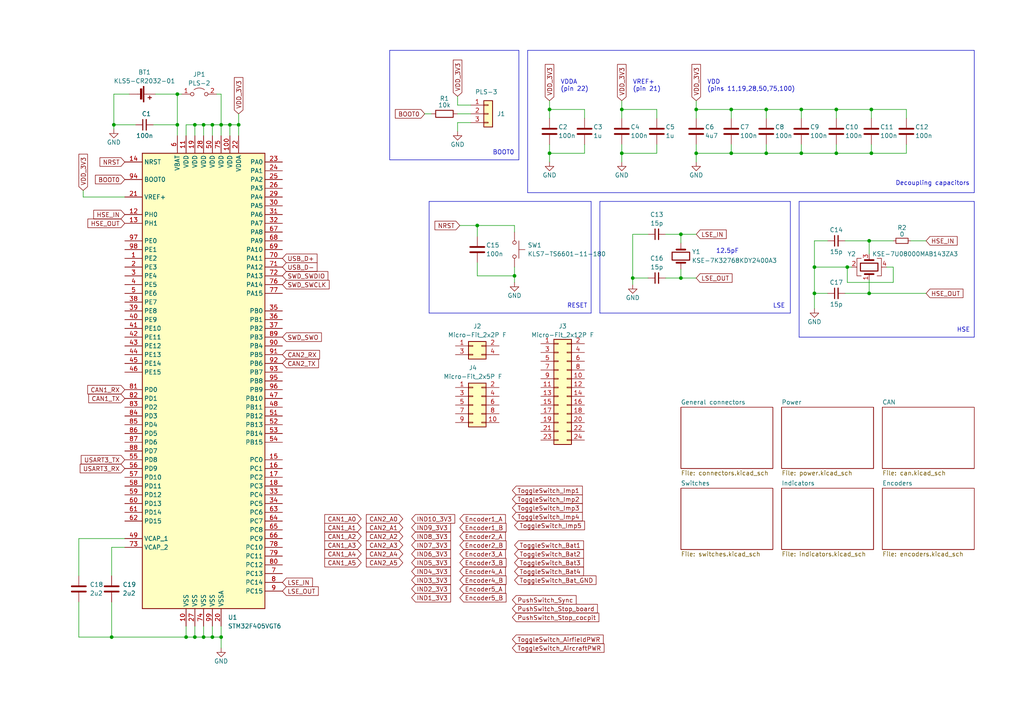
<source format=kicad_sch>
(kicad_sch (version 20230121) (generator eeschema)
  (paper "A4")
  (title_block (date "2023-08-02"))
  (lib_symbols
    (symbol "Connector_Generic:Conn_01x03" (pin_names (offset 1.016) hide)
      (property "Reference" "J" (at 0 5.08 0))
      (property "Value" "Conn_01x03" (at 0 -5.08 0))
      (symbol "Conn_01x03_1_1"
        (pin passive line (at -5.08 2.54 0) (length 3.81) (name "Pin_1") (number "1"))
        (pin passive line (at -5.08 0 0) (length 3.81) (name "Pin_2") (number "2"))
        (pin passive line (at -5.08 -2.54 0) (length 3.81) (name "Pin_3") (number "3"))
      )
    )
    (symbol "Connector_Generic:Conn_02x02_Odd_Even" (pin_names (offset 1.016) hide)
      (property "Reference" "J" (at 1.27 2.54 0))
      (property "Value" "Conn_02x02_Odd_Even" (at 1.27 -5.08 0))
      (symbol "Conn_02x02_Odd_Even_1_1"
        (pin passive line (at -5.08 0 0) (length 3.81) (name "Pin_1") (number "1"))
        (pin passive line (at 7.62 0 180) (length 3.81) (name "Pin_2") (number "2"))
        (pin passive line (at -5.08 -2.54 0) (length 3.81) (name "Pin_3") (number "3"))
        (pin passive line (at 7.62 -2.54 180) (length 3.81) (name "Pin_4") (number "4"))
      )
    )
    (symbol "Connector_Generic:Conn_02x05_Odd_Even" (pin_names (offset 1.016) hide)
      (property "Reference" "J" (at 1.27 7.62 0))
      (property "Value" "Conn_02x05_Odd_Even" (at 1.27 -7.62 0))
      (symbol "Conn_02x05_Odd_Even_1_1"
        (pin passive line (at -5.08 5.08 0) (length 3.81) (name "Pin_1") (number "1"))
        (pin passive line (at 7.62 -5.08 180) (length 3.81) (name "Pin_10") (number "10"))
        (pin passive line (at 7.62 5.08 180) (length 3.81) (name "Pin_2") (number "2"))
        (pin passive line (at -5.08 2.54 0) (length 3.81) (name "Pin_3") (number "3"))
        (pin passive line (at 7.62 2.54 180) (length 3.81) (name "Pin_4") (number "4"))
        (pin passive line (at -5.08 0 0) (length 3.81) (name "Pin_5") (number "5"))
        (pin passive line (at 7.62 0 180) (length 3.81) (name "Pin_6") (number "6"))
        (pin passive line (at -5.08 -2.54 0) (length 3.81) (name "Pin_7") (number "7"))
        (pin passive line (at 7.62 -2.54 180) (length 3.81) (name "Pin_8") (number "8"))
        (pin passive line (at -5.08 -5.08 0) (length 3.81) (name "Pin_9") (number "9"))
      )
    )
    (symbol "Connector_Generic:Conn_02x12_Odd_Even" (pin_names (offset 1.016) hide)
      (property "Reference" "J" (at 1.27 15.24 0))
      (property "Value" "Conn_02x12_Odd_Even" (at 1.27 -17.78 0))
      (symbol "Conn_02x12_Odd_Even_1_1"
        (pin passive line (at -5.08 12.7 0) (length 3.81) (name "Pin_1") (number "1"))
        (pin passive line (at 7.62 2.54 180) (length 3.81) (name "Pin_10") (number "10"))
        (pin passive line (at -5.08 0 0) (length 3.81) (name "Pin_11") (number "11"))
        (pin passive line (at 7.62 0 180) (length 3.81) (name "Pin_12") (number "12"))
        (pin passive line (at -5.08 -2.54 0) (length 3.81) (name "Pin_13") (number "13"))
        (pin passive line (at 7.62 -2.54 180) (length 3.81) (name "Pin_14") (number "14"))
        (pin passive line (at -5.08 -5.08 0) (length 3.81) (name "Pin_15") (number "15"))
        (pin passive line (at 7.62 -5.08 180) (length 3.81) (name "Pin_16") (number "16"))
        (pin passive line (at -5.08 -7.62 0) (length 3.81) (name "Pin_17") (number "17"))
        (pin passive line (at 7.62 -7.62 180) (length 3.81) (name "Pin_18") (number "18"))
        (pin passive line (at -5.08 -10.16 0) (length 3.81) (name "Pin_19") (number "19"))
        (pin passive line (at 7.62 12.7 180) (length 3.81) (name "Pin_2") (number "2"))
        (pin passive line (at 7.62 -10.16 180) (length 3.81) (name "Pin_20") (number "20"))
        (pin passive line (at -5.08 -12.7 0) (length 3.81) (name "Pin_21") (number "21"))
        (pin passive line (at 7.62 -12.7 180) (length 3.81) (name "Pin_22") (number "22"))
        (pin passive line (at -5.08 -15.24 0) (length 3.81) (name "Pin_23") (number "23"))
        (pin passive line (at 7.62 -15.24 180) (length 3.81) (name "Pin_24") (number "24"))
        (pin passive line (at -5.08 10.16 0) (length 3.81) (name "Pin_3") (number "3"))
        (pin passive line (at 7.62 10.16 180) (length 3.81) (name "Pin_4") (number "4"))
        (pin passive line (at -5.08 7.62 0) (length 3.81) (name "Pin_5") (number "5"))
        (pin passive line (at 7.62 7.62 180) (length 3.81) (name "Pin_6") (number "6"))
        (pin passive line (at -5.08 5.08 0) (length 3.81) (name "Pin_7") (number "7"))
        (pin passive line (at 7.62 5.08 180) (length 3.81) (name "Pin_8") (number "8"))
        (pin passive line (at -5.08 2.54 0) (length 3.81) (name "Pin_9") (number "9"))
      )
    )
    (symbol "Device:Battery_Cell" (pin_numbers hide) (pin_names (offset 0) hide)
      (property "Reference" "BT" (at 2.54 2.54 0))
      (property "Value" "Battery_Cell" (at 2.54 0 0))
      (symbol "Battery_Cell_1_1"
        (pin passive line (at 0 5.08 270) (length 2.54) (name "+") (number "1"))
        (pin passive line (at 0 -2.54 90) (length 2.54) (name "-") (number "2"))
      )
    )
    (symbol "Device:C" (pin_numbers hide) (pin_names (offset 0.254))
      (property "Reference" "C" (at 0.635 2.54 0))
      (property "Value" "C" (at 0.635 -2.54 0))
      (symbol "C_1_1"
        (pin passive line (at 0 3.81 270) (length 2.794) (name "~") (number "1"))
        (pin passive line (at 0 -3.81 90) (length 2.794) (name "~") (number "2"))
      )
    )
    (symbol "Device:C_Small" (pin_numbers hide) (pin_names (offset 0.254) hide)
      (property "Reference" "C" (at 0.254 1.778 0))
      (property "Value" "C_Small" (at 0.254 -2.032 0))
      (symbol "C_Small_1_1"
        (pin passive line (at 0 2.54 270) (length 2.032) (name "~") (number "1"))
        (pin passive line (at 0 -2.54 90) (length 2.032) (name "~") (number "2"))
      )
    )
    (symbol "Device:Crystal" (pin_numbers hide) (pin_names (offset 1.016) hide)
      (property "Reference" "Y" (at 0 3.81 0))
      (property "Value" "Crystal" (at 0 -3.81 0))
      (symbol "Crystal_1_1"
        (pin passive line (at -3.81 0 0) (length 1.27) (name "1") (number "1"))
        (pin passive line (at 3.81 0 180) (length 1.27) (name "2") (number "2"))
      )
    )
    (symbol "Device:Crystal_GND24" (pin_names (offset 1.016) hide)
      (property "Reference" "Y" (at 3.175 5.08 0))
      (property "Value" "Crystal_GND24" (at 3.175 3.175 0))
      (symbol "Crystal_GND24_1_1"
        (pin passive line (at -3.81 0 0) (length 1.27) (name "1") (number "1"))
        (pin passive line (at 0 5.08 270) (length 1.27) (name "2") (number "2"))
        (pin passive line (at 3.81 0 180) (length 1.27) (name "3") (number "3"))
        (pin passive line (at 0 -5.08 90) (length 1.27) (name "4") (number "4"))
      )
    )
    (symbol "Device:R" (pin_numbers hide) (pin_names (offset 0))
      (property "Reference" "R" (at 2.032 0 90))
      (property "Value" "R" (at 0 0 90))
      (symbol "R_1_1"
        (pin passive line (at 0 3.81 270) (length 1.27) (name "~") (number "1"))
        (pin passive line (at 0 -3.81 90) (length 1.27) (name "~") (number "2"))
      )
    )
    (symbol "Device:R_Small" (pin_numbers hide) (pin_names (offset 0.254) hide)
      (property "Reference" "R" (at 0.762 0.508 0))
      (property "Value" "R_Small" (at 0.762 -1.016 0))
      (symbol "R_Small_1_1"
        (pin passive line (at 0 2.54 270) (length 0.762) (name "~") (number "1"))
        (pin passive line (at 0 -2.54 90) (length 0.762) (name "~") (number "2"))
      )
    )
    (symbol "Jumper:Jumper_2_Open" (pin_names (offset 0) hide)
      (property "Reference" "JP" (at 0 2.794 0))
      (property "Value" "Jumper_2_Open" (at 0 -2.286 0))
      (symbol "Jumper_2_Open_1_1"
        (pin passive line (at -5.08 0 0) (length 2.54) (name "A") (number "1"))
        (pin passive line (at 5.08 0 180) (length 2.54) (name "B") (number "2"))
      )
    )
    (symbol "MCU_ST_STM32F4:STM32F405VGTx"
      (property "Reference" "U1" (at 10.16 -68.58 0))
      (property "Value" "STM32F405VGTx" (at 10.16 -71.12 0))
      (symbol "STM32F405VGTx_1_1"
        (pin bidirectional line (at -22.86 35.56 0) (length 5.08) (name "PE2") (number "1"))
        (pin power_in line (at -5.08 -71.12 90) (length 5.08) (name "VSS") (number "10"))
        (pin power_in line (at 7.62 71.12 270) (length 5.08) (name "VDD") (number "100"))
        (pin power_in line (at -5.08 71.12 270) (length 5.08) (name "VDD") (number "11"))
        (pin bidirectional line (at -22.86 48.26 0) (length 5.08) (name "PH0") (number "12"))
        (pin bidirectional line (at -22.86 45.72 0) (length 5.08) (name "PH1") (number "13"))
        (pin input line (at -22.86 63.5 0) (length 5.08) (name "NRST") (number "14"))
        (pin bidirectional line (at 22.86 -22.86 180) (length 5.08) (name "PC0") (number "15"))
        (pin bidirectional line (at 22.86 -25.4 180) (length 5.08) (name "PC1") (number "16"))
        (pin bidirectional line (at 22.86 -27.94 180) (length 5.08) (name "PC2") (number "17"))
        (pin bidirectional line (at 22.86 -30.48 180) (length 5.08) (name "PC3") (number "18"))
        (pin power_in line (at -2.54 71.12 270) (length 5.08) (name "VDD") (number "19"))
        (pin bidirectional line (at -22.86 33.02 0) (length 5.08) (name "PE3") (number "2"))
        (pin power_in line (at 5.08 -71.12 90) (length 5.08) (name "VSSA") (number "20"))
        (pin input line (at -22.86 53.34 0) (length 5.08) (name "VREF+") (number "21"))
        (pin power_in line (at 10.16 71.12 270) (length 5.08) (name "VDDA") (number "22"))
        (pin bidirectional line (at 22.86 63.5 180) (length 5.08) (name "PA0") (number "23"))
        (pin bidirectional line (at 22.86 60.96 180) (length 5.08) (name "PA1") (number "24"))
        (pin bidirectional line (at 22.86 58.42 180) (length 5.08) (name "PA2") (number "25"))
        (pin bidirectional line (at 22.86 55.88 180) (length 5.08) (name "PA3") (number "26"))
        (pin power_in line (at -2.54 -71.12 90) (length 5.08) (name "VSS") (number "27"))
        (pin power_in line (at 0 71.12 270) (length 5.08) (name "VDD") (number "28"))
        (pin bidirectional line (at 22.86 53.34 180) (length 5.08) (name "PA4") (number "29"))
        (pin bidirectional line (at -22.86 30.48 0) (length 5.08) (name "PE4") (number "3"))
        (pin bidirectional line (at 22.86 50.8 180) (length 5.08) (name "PA5") (number "30"))
        (pin bidirectional line (at 22.86 48.26 180) (length 5.08) (name "PA6") (number "31"))
        (pin bidirectional line (at 22.86 45.72 180) (length 5.08) (name "PA7") (number "32"))
        (pin bidirectional line (at 22.86 -33.02 180) (length 5.08) (name "PC4") (number "33"))
        (pin bidirectional line (at 22.86 -35.56 180) (length 5.08) (name "PC5") (number "34"))
        (pin bidirectional line (at 22.86 20.32 180) (length 5.08) (name "PB0") (number "35"))
        (pin bidirectional line (at 22.86 17.78 180) (length 5.08) (name "PB1") (number "36"))
        (pin bidirectional line (at 22.86 15.24 180) (length 5.08) (name "PB2") (number "37"))
        (pin bidirectional line (at -22.86 22.86 0) (length 5.08) (name "PE7") (number "38"))
        (pin bidirectional line (at -22.86 20.32 0) (length 5.08) (name "PE8") (number "39"))
        (pin bidirectional line (at -22.86 27.94 0) (length 5.08) (name "PE5") (number "4"))
        (pin bidirectional line (at -22.86 17.78 0) (length 5.08) (name "PE9") (number "40"))
        (pin bidirectional line (at -22.86 15.24 0) (length 5.08) (name "PE10") (number "41"))
        (pin bidirectional line (at -22.86 12.7 0) (length 5.08) (name "PE11") (number "42"))
        (pin bidirectional line (at -22.86 10.16 0) (length 5.08) (name "PE12") (number "43"))
        (pin bidirectional line (at -22.86 7.62 0) (length 5.08) (name "PE13") (number "44"))
        (pin bidirectional line (at -22.86 5.08 0) (length 5.08) (name "PE14") (number "45"))
        (pin bidirectional line (at -22.86 2.54 0) (length 5.08) (name "PE15") (number "46"))
        (pin bidirectional line (at 22.86 -5.08 180) (length 5.08) (name "PB10") (number "47"))
        (pin bidirectional line (at 22.86 -7.62 180) (length 5.08) (name "PB11") (number "48"))
        (pin power_out line (at -22.86 -45.72 0) (length 5.08) (name "VCAP_1") (number "49"))
        (pin bidirectional line (at -22.86 25.4 0) (length 5.08) (name "PE6") (number "5"))
        (pin power_in line (at 2.54 71.12 270) (length 5.08) (name "VDD") (number "50"))
        (pin bidirectional line (at 22.86 -10.16 180) (length 5.08) (name "PB12") (number "51"))
        (pin bidirectional line (at 22.86 -12.7 180) (length 5.08) (name "PB13") (number "52"))
        (pin bidirectional line (at 22.86 -15.24 180) (length 5.08) (name "PB14") (number "53"))
        (pin bidirectional line (at 22.86 -17.78 180) (length 5.08) (name "PB15") (number "54"))
        (pin bidirectional line (at -22.86 -22.86 0) (length 5.08) (name "PD8") (number "55"))
        (pin bidirectional line (at -22.86 -25.4 0) (length 5.08) (name "PD9") (number "56"))
        (pin bidirectional line (at -22.86 -27.94 0) (length 5.08) (name "PD10") (number "57"))
        (pin bidirectional line (at -22.86 -30.48 0) (length 5.08) (name "PD11") (number "58"))
        (pin bidirectional line (at -22.86 -33.02 0) (length 5.08) (name "PD12") (number "59"))
        (pin power_in line (at -7.62 71.12 270) (length 5.08) (name "VBAT") (number "6"))
        (pin bidirectional line (at -22.86 -35.56 0) (length 5.08) (name "PD13") (number "60"))
        (pin bidirectional line (at -22.86 -38.1 0) (length 5.08) (name "PD14") (number "61"))
        (pin bidirectional line (at -22.86 -40.64 0) (length 5.08) (name "PD15") (number "62"))
        (pin bidirectional line (at 22.86 -38.1 180) (length 5.08) (name "PC6") (number "63"))
        (pin bidirectional line (at 22.86 -40.64 180) (length 5.08) (name "PC7") (number "64"))
        (pin bidirectional line (at 22.86 -43.18 180) (length 5.08) (name "PC8") (number "65"))
        (pin bidirectional line (at 22.86 -45.72 180) (length 5.08) (name "PC9") (number "66"))
        (pin bidirectional line (at 22.86 43.18 180) (length 5.08) (name "PA8") (number "67"))
        (pin bidirectional line (at 22.86 40.64 180) (length 5.08) (name "PA9") (number "68"))
        (pin bidirectional line (at 22.86 38.1 180) (length 5.08) (name "PA10") (number "69"))
        (pin bidirectional line (at 22.86 -55.88 180) (length 5.08) (name "PC13") (number "7"))
        (pin bidirectional line (at 22.86 35.56 180) (length 5.08) (name "PA11") (number "70"))
        (pin bidirectional line (at 22.86 33.02 180) (length 5.08) (name "PA12") (number "71"))
        (pin bidirectional line (at 22.86 30.48 180) (length 5.08) (name "PA13") (number "72"))
        (pin power_out line (at -22.86 -48.26 0) (length 5.08) (name "VCAP_2") (number "73"))
        (pin power_in line (at 0 -71.12 90) (length 5.08) (name "VSS") (number "74"))
        (pin power_in line (at 5.08 71.12 270) (length 5.08) (name "VDD") (number "75"))
        (pin bidirectional line (at 22.86 27.94 180) (length 5.08) (name "PA14") (number "76"))
        (pin bidirectional line (at 22.86 25.4 180) (length 5.08) (name "PA15") (number "77"))
        (pin bidirectional line (at 22.86 -48.26 180) (length 5.08) (name "PC10") (number "78"))
        (pin bidirectional line (at 22.86 -50.8 180) (length 5.08) (name "PC11") (number "79"))
        (pin bidirectional line (at 22.86 -58.42 180) (length 5.08) (name "PC14") (number "8"))
        (pin bidirectional line (at 22.86 -53.34 180) (length 5.08) (name "PC12") (number "80"))
        (pin bidirectional line (at -22.86 -2.54 0) (length 5.08) (name "PD0") (number "81"))
        (pin bidirectional line (at -22.86 -5.08 0) (length 5.08) (name "PD1") (number "82"))
        (pin bidirectional line (at -22.86 -7.62 0) (length 5.08) (name "PD2") (number "83"))
        (pin bidirectional line (at -22.86 -10.16 0) (length 5.08) (name "PD3") (number "84"))
        (pin bidirectional line (at -22.86 -12.7 0) (length 5.08) (name "PD4") (number "85"))
        (pin bidirectional line (at -22.86 -15.24 0) (length 5.08) (name "PD5") (number "86"))
        (pin bidirectional line (at -22.86 -17.78 0) (length 5.08) (name "PD6") (number "87"))
        (pin bidirectional line (at -22.86 -20.32 0) (length 5.08) (name "PD7") (number "88"))
        (pin bidirectional line (at 22.86 12.7 180) (length 5.08) (name "PB3") (number "89"))
        (pin bidirectional line (at 22.86 -60.96 180) (length 5.08) (name "PC15") (number "9"))
        (pin bidirectional line (at 22.86 10.16 180) (length 5.08) (name "PB4") (number "90"))
        (pin bidirectional line (at 22.86 7.62 180) (length 5.08) (name "PB5") (number "91"))
        (pin bidirectional line (at 22.86 5.08 180) (length 5.08) (name "PB6") (number "92"))
        (pin bidirectional line (at 22.86 2.54 180) (length 5.08) (name "PB7") (number "93"))
        (pin input line (at -22.86 58.42 0) (length 5.08) (name "BOOT0") (number "94"))
        (pin bidirectional line (at 22.86 0 180) (length 5.08) (name "PB8") (number "95"))
        (pin bidirectional line (at 22.86 -2.54 180) (length 5.08) (name "PB9") (number "96"))
        (pin bidirectional line (at -22.86 40.64 0) (length 5.08) (name "PE0") (number "97"))
        (pin bidirectional line (at -22.86 38.1 0) (length 5.08) (name "PE1") (number "98"))
        (pin power_in line (at 2.54 -71.12 90) (length 5.08) (name "VSS") (number "99"))
      )
    )
    (symbol "Switch:SW_Push" (pin_numbers hide) (pin_names (offset 1.016) hide)
      (property "Reference" "SW" (at 1.27 2.54 0))
      (property "Value" "SW_Push" (at 0 -1.524 0))
      (symbol "SW_Push_0_1"
        (pin passive line (at -5.08 0 0) (length 2.54) (name "1") (number "1"))
        (pin passive line (at 5.08 0 180) (length 2.54) (name "2") (number "2"))
      )
    )
    (symbol "power:GND" (power) (pin_names (offset 0))
      (property "Value" "GND" (at 0 -3.81 0))
      (symbol "GND_1_1"
        (pin power_in line (at 0 0 270) (length 0) hide (name "GND") (number "1"))
      )
    )
  )
  (junction (at 53.975 184.785))
  (junction (at 242.57 31.75))
  (junction (at 180.34 31.75))
  (junction (at 236.22 85.09))
  (junction (at 232.41 31.75))
  (junction (at 32.385 184.785))
  (junction (at 149.225 80.01))
  (junction (at 64.135 36.195))
  (junction (at 222.25 44.45))
  (junction (at 64.135 184.785))
  (junction (at 159.385 31.75))
  (junction (at 59.055 36.195))
  (junction (at 197.485 80.645))
  (junction (at 51.435 36.195))
  (junction (at 138.43 65.405))
  (junction (at 201.93 44.45))
  (junction (at 222.25 31.75))
  (junction (at 69.215 36.195))
  (junction (at 180.34 44.45))
  (junction (at 252.73 31.75))
  (junction (at 252.095 85.09))
  (junction (at 33.02 36.195))
  (junction (at 245.745 77.47))
  (junction (at 252.095 69.85))
  (junction (at 59.055 184.785))
  (junction (at 201.93 31.75))
  (junction (at 236.22 77.47))
  (junction (at 242.57 44.45))
  (junction (at 61.595 184.785))
  (junction (at 159.385 44.45))
  (junction (at 183.515 80.645))
  (junction (at 61.595 36.195))
  (junction (at 56.515 184.785))
  (junction (at 197.485 67.945))
  (junction (at 212.09 44.45))
  (junction (at 56.515 36.195))
  (junction (at 51.435 27.305))
  (junction (at 212.09 31.75))
  (junction (at 252.73 44.45))
  (junction (at 232.41 44.45))
  (junction (at 66.675 36.195))
  (wire (pts (xy 183.515 67.945) (xy 187.96 67.945)))
  (wire (pts (xy 33.02 27.305) (xy 33.02 36.195)))
  (wire (pts (xy 53.975 36.195) (xy 56.515 36.195)))
  (polyline (pts (xy 171.45 90.805) (xy 124.46 90.805)))
  (wire (pts (xy 236.22 77.47) (xy 245.745 77.47)))
  (wire (pts (xy 36.195 156.21) (xy 22.86 156.21)))
  (wire (pts (xy 138.43 76.2) (xy 138.43 80.01)))
  (wire (pts (xy 138.43 65.405) (xy 138.43 68.58)))
  (wire (pts (xy 190.5 44.45) (xy 180.34 44.45)))
  (wire (pts (xy 33.02 27.305) (xy 37.465 27.305)))
  (wire (pts (xy 201.93 31.75) (xy 212.09 31.75)))
  (polyline (pts (xy 153.035 14.605) (xy 282.575 14.605)))
  (wire (pts (xy 53.975 184.785) (xy 56.515 184.785)))
  (wire (pts (xy 64.135 184.785) (xy 64.135 181.61)))
  (wire (pts (xy 259.08 69.85) (xy 252.095 69.85)))
  (wire (pts (xy 36.195 158.75) (xy 32.385 158.75)))
  (wire (pts (xy 242.57 31.75) (xy 242.57 34.29)))
  (wire (pts (xy 59.055 36.195) (xy 59.055 39.37)))
  (wire (pts (xy 59.055 181.61) (xy 59.055 184.785)))
  (wire (pts (xy 56.515 36.195) (xy 56.515 39.37)))
  (wire (pts (xy 236.22 69.85) (xy 240.03 69.85)))
  (polyline (pts (xy 171.45 58.42) (xy 171.45 90.805)))
  (wire (pts (xy 193.04 80.645) (xy 197.485 80.645)))
  (wire (pts (xy 66.675 36.195) (xy 69.215 36.195)))
  (polyline (pts (xy 153.035 55.88) (xy 282.575 55.88)))
  (wire (pts (xy 222.25 41.91) (xy 222.25 44.45)))
  (wire (pts (xy 252.73 41.91) (xy 252.73 44.45)))
  (wire (pts (xy 61.595 184.785) (xy 64.135 184.785)))
  (wire (pts (xy 252.73 44.45) (xy 242.57 44.45)))
  (wire (pts (xy 180.34 44.45) (xy 180.34 41.91)))
  (wire (pts (xy 247.015 77.47) (xy 245.745 77.47)))
  (polyline (pts (xy 150.495 14.605) (xy 150.495 46.355)))
  (wire (pts (xy 24.13 55.245) (xy 24.13 57.15)))
  (polyline (pts (xy 173.99 58.42) (xy 229.235 58.42)))
  (wire (pts (xy 32.385 158.75) (xy 32.385 167.005)))
  (wire (pts (xy 132.715 35.56) (xy 132.715 38.1)))
  (wire (pts (xy 22.86 156.21) (xy 22.86 167.005)))
  (wire (pts (xy 236.22 85.09) (xy 240.03 85.09)))
  (wire (pts (xy 159.385 34.29) (xy 159.385 31.75)))
  (wire (pts (xy 180.34 31.75) (xy 180.34 29.21)))
  (wire (pts (xy 259.08 77.47) (xy 259.08 81.915)))
  (polyline (pts (xy 153.035 55.88) (xy 153.035 14.605)))
  (wire (pts (xy 149.225 80.01) (xy 149.225 81.915)))
  (polyline (pts (xy 124.46 58.42) (xy 171.45 58.42)))
  (wire (pts (xy 159.385 31.75) (xy 169.545 31.75)))
  (wire (pts (xy 212.09 31.75) (xy 212.09 34.29)))
  (wire (pts (xy 201.93 44.45) (xy 201.93 41.91)))
  (wire (pts (xy 252.095 69.85) (xy 245.11 69.85)))
  (wire (pts (xy 197.485 80.645) (xy 201.93 80.645)))
  (polyline (pts (xy 113.03 46.355) (xy 150.495 46.355)))
  (wire (pts (xy 53.975 36.195) (xy 53.975 39.37)))
  (wire (pts (xy 212.09 31.75) (xy 222.25 31.75)))
  (polyline (pts (xy 113.03 46.355) (xy 113.03 14.605)))
  (polyline (pts (xy 231.775 97.79) (xy 282.575 97.79)))
  (wire (pts (xy 232.41 31.75) (xy 232.41 34.29)))
  (polyline (pts (xy 173.99 90.805) (xy 173.99 58.42)))
  (wire (pts (xy 262.89 41.91) (xy 262.89 44.45)))
  (polyline (pts (xy 229.235 58.42) (xy 229.235 90.805)))
  (wire (pts (xy 149.225 80.01) (xy 149.225 77.47)))
  (wire (pts (xy 264.16 69.85) (xy 268.605 69.85)))
  (polyline (pts (xy 231.775 97.79) (xy 231.775 58.42)))
  (wire (pts (xy 32.385 174.625) (xy 32.385 184.785)))
  (wire (pts (xy 159.385 31.75) (xy 159.385 29.21)))
  (wire (pts (xy 232.41 44.45) (xy 222.25 44.45)))
  (wire (pts (xy 180.34 46.99) (xy 180.34 44.45)))
  (wire (pts (xy 59.055 184.785) (xy 61.595 184.785)))
  (wire (pts (xy 22.86 174.625) (xy 22.86 184.785)))
  (wire (pts (xy 197.485 78.105) (xy 197.485 80.645)))
  (wire (pts (xy 257.175 77.47) (xy 259.08 77.47)))
  (wire (pts (xy 169.545 31.75) (xy 169.545 34.29)))
  (wire (pts (xy 245.745 81.915) (xy 245.745 77.47)))
  (wire (pts (xy 64.135 36.195) (xy 64.135 39.37)))
  (wire (pts (xy 232.41 31.75) (xy 242.57 31.75)))
  (wire (pts (xy 53.975 181.61) (xy 53.975 184.785)))
  (wire (pts (xy 33.02 36.195) (xy 39.37 36.195)))
  (wire (pts (xy 159.385 44.45) (xy 159.385 41.91)))
  (wire (pts (xy 259.08 81.915) (xy 245.745 81.915)))
  (wire (pts (xy 22.86 184.785) (xy 32.385 184.785)))
  (wire (pts (xy 242.57 44.45) (xy 232.41 44.45)))
  (polyline (pts (xy 173.99 90.805) (xy 229.235 90.805)))
  (wire (pts (xy 222.25 31.75) (xy 232.41 31.75)))
  (wire (pts (xy 159.385 46.99) (xy 159.385 44.45)))
  (wire (pts (xy 64.135 187.96) (xy 64.135 184.785)))
  (wire (pts (xy 69.215 36.195) (xy 69.215 39.37)))
  (wire (pts (xy 183.515 80.645) (xy 187.96 80.645)))
  (wire (pts (xy 56.515 184.785) (xy 59.055 184.785)))
  (wire (pts (xy 62.865 27.305) (xy 64.135 27.305)))
  (wire (pts (xy 69.215 33.02) (xy 69.215 36.195)))
  (wire (pts (xy 56.515 36.195) (xy 59.055 36.195)))
  (wire (pts (xy 212.09 41.91) (xy 212.09 44.45)))
  (wire (pts (xy 136.525 35.56) (xy 132.715 35.56)))
  (wire (pts (xy 222.25 44.45) (xy 212.09 44.45)))
  (wire (pts (xy 44.45 36.195) (xy 51.435 36.195)))
  (wire (pts (xy 242.57 41.91) (xy 242.57 44.45)))
  (wire (pts (xy 193.04 67.945) (xy 197.485 67.945)))
  (wire (pts (xy 242.57 31.75) (xy 252.73 31.75)))
  (wire (pts (xy 133.35 65.405) (xy 138.43 65.405)))
  (wire (pts (xy 201.93 31.75) (xy 201.93 29.21)))
  (wire (pts (xy 33.02 36.195) (xy 33.02 37.465)))
  (wire (pts (xy 169.545 44.45) (xy 159.385 44.45)))
  (wire (pts (xy 132.715 33.02) (xy 136.525 33.02)))
  (wire (pts (xy 252.73 31.75) (xy 252.73 34.29)))
  (polyline (pts (xy 113.03 14.605) (xy 150.495 14.605)))
  (wire (pts (xy 180.34 31.75) (xy 190.5 31.75)))
  (wire (pts (xy 212.09 44.45) (xy 201.93 44.45)))
  (polyline (pts (xy 282.575 14.605) (xy 282.575 55.88)))
  (wire (pts (xy 132.715 30.48) (xy 136.525 30.48)))
  (wire (pts (xy 197.485 70.485) (xy 197.485 67.945)))
  (wire (pts (xy 45.085 27.305) (xy 51.435 27.305)))
  (wire (pts (xy 132.715 27.94) (xy 132.715 30.48)))
  (wire (pts (xy 61.595 36.195) (xy 61.595 39.37)))
  (wire (pts (xy 36.195 57.15) (xy 24.13 57.15)))
  (polyline (pts (xy 124.46 58.42) (xy 124.46 90.805)))
  (wire (pts (xy 236.22 85.09) (xy 236.22 89.535)))
  (wire (pts (xy 183.515 80.645) (xy 183.515 82.55)))
  (wire (pts (xy 180.34 34.29) (xy 180.34 31.75)))
  (wire (pts (xy 183.515 67.945) (xy 183.515 80.645)))
  (wire (pts (xy 245.11 85.09) (xy 252.095 85.09)))
  (wire (pts (xy 123.19 33.02) (xy 125.095 33.02)))
  (wire (pts (xy 51.435 27.305) (xy 51.435 36.195)))
  (wire (pts (xy 190.5 31.75) (xy 190.5 34.29)))
  (wire (pts (xy 51.435 36.195) (xy 51.435 39.37)))
  (wire (pts (xy 51.435 27.305) (xy 52.705 27.305)))
  (wire (pts (xy 64.135 27.305) (xy 64.135 36.195)))
  (polyline (pts (xy 231.775 58.42) (xy 282.575 58.42)))
  (polyline (pts (xy 282.575 58.42) (xy 282.575 97.79)))
  (wire (pts (xy 56.515 181.61) (xy 56.515 184.785)))
  (wire (pts (xy 222.25 31.75) (xy 222.25 34.29)))
  (wire (pts (xy 169.545 41.91) (xy 169.545 44.45)))
  (wire (pts (xy 64.135 36.195) (xy 66.675 36.195)))
  (wire (pts (xy 262.89 44.45) (xy 252.73 44.45)))
  (wire (pts (xy 236.22 77.47) (xy 236.22 69.85)))
  (wire (pts (xy 59.055 36.195) (xy 61.595 36.195)))
  (wire (pts (xy 61.595 36.195) (xy 64.135 36.195)))
  (wire (pts (xy 32.385 184.785) (xy 53.975 184.785)))
  (wire (pts (xy 201.93 46.99) (xy 201.93 44.45)))
  (wire (pts (xy 190.5 41.91) (xy 190.5 44.45)))
  (wire (pts (xy 232.41 41.91) (xy 232.41 44.45)))
  (wire (pts (xy 252.095 81.28) (xy 252.095 85.09)))
  (wire (pts (xy 252.095 73.66) (xy 252.095 69.85)))
  (wire (pts (xy 149.225 65.405) (xy 138.43 65.405)))
  (wire (pts (xy 252.73 31.75) (xy 262.89 31.75)))
  (wire (pts (xy 262.89 31.75) (xy 262.89 34.29)))
  (wire (pts (xy 138.43 80.01) (xy 149.225 80.01)))
  (wire (pts (xy 66.675 36.195) (xy 66.675 39.37)))
  (wire (pts (xy 149.225 67.31) (xy 149.225 65.405)))
  (wire (pts (xy 252.095 85.09) (xy 268.605 85.09)))
  (wire (pts (xy 201.93 34.29) (xy 201.93 31.75)))
  (wire (pts (xy 197.485 67.945) (xy 201.93 67.945)))
  (wire (pts (xy 61.595 181.61) (xy 61.595 184.785)))
  (wire (pts (xy 236.22 77.47) (xy 236.22 85.09)))
  (text "12.5pF" (at 207.645 73.66 0) (effects (font (size 1.27 1.27)) (justify left bottom)))
  (text "VDDA\n(pin 22)" (at 162.56 26.67 0) (effects (font (size 1.27 1.27)) (justify left bottom)))
  (text "HSE" (at 277.495 96.52 0) (effects (font (size 1.27 1.27)) (justify left bottom)))
  (text "LSE" (at 224.155 89.535 0) (effects (font (size 1.27 1.27)) (justify left bottom)))
  (text "VREF+\n(pin 21)" (at 183.515 26.67 0) (effects (font (size 1.27 1.27)) (justify left bottom)))
  (text "Decoupling capacitors" (at 259.715 53.975 0) (effects (font (size 1.27 1.27)) (justify left bottom)))
  (text "VDD \n(pins 11,19,28,50,75,100)" (at 205.105 26.67 0) (effects (font (size 1.27 1.27)) (justify left bottom)))
  (text "RESET" (at 164.465 89.535 0) (effects (font (size 1.27 1.27)) (justify left bottom)))
  (text "BOOT0" (at 142.875 45.085 0) (effects (font (size 1.27 1.27)) (justify left bottom)))
  (global_label "SWD_SWCLK" (shape input) (at 81.915 82.55 0) (property "Intersheetrefs" "${INTERSHEET_REFS}" (effects hide)))
  (global_label "HSE_IN" (shape input) (at 36.195 62.23 180) (property "Intersheetrefs" "${INTERSHEET_REFS}" (effects hide)))
  (global_label "ToggleSwitch_Bat3" (shape input) (at 149.225 163.195 0) (property "Intersheetrefs" "${INTERSHEET_REFS}" (effects hide)))
  (global_label "IND10_3V3" (shape input) (at 119.38 150.495 0) (property "Intersheetrefs" "${INTERSHEET_REFS}" (effects hide)))
  (global_label "ToggleSwitch_AircraftPWR" (shape input) (at 148.59 187.96 0) (property "Intersheetrefs" "${INTERSHEET_REFS}" (effects hide)))
  (global_label "BOOT0" (shape input) (at 123.19 33.02 180) (property "Intersheetrefs" "${INTERSHEET_REFS}" (effects hide)))
  (global_label "ToggleSwitch_Imp4" (shape input) (at 148.59 149.86 0) (property "Intersheetrefs" "${INTERSHEET_REFS}" (effects hide)))
  (global_label "CAN1_A1" (shape input) (at 104.775 153.035 180) (property "Intersheetrefs" "${INTERSHEET_REFS}" (effects hide)))
  (global_label "CAN2_A5" (shape input) (at 116.84 163.195 180) (property "Intersheetrefs" "${INTERSHEET_REFS}" (effects hide)))
  (global_label "VDD_3V3" (shape input) (at 69.215 33.02 90) (property "Intersheetrefs" "${INTERSHEET_REFS}" (effects hide)))
  (global_label "Encoder4_B" (shape input) (at 133.35 168.275 0) (property "Intersheetrefs" "${INTERSHEET_REFS}" (effects hide)))
  (global_label "CAN1_A0" (shape input) (at 104.775 150.495 180) (property "Intersheetrefs" "${INTERSHEET_REFS}" (effects hide)))
  (global_label "HSE_IN" (shape input) (at 268.605 69.85 0) (property "Intersheetrefs" "${INTERSHEET_REFS}" (effects hide)))
  (global_label "PushSwitch_Sync" (shape input) (at 148.59 173.99 0) (property "Intersheetrefs" "${INTERSHEET_REFS}" (effects hide)))
  (global_label "ToggleSwitch_Bat4" (shape input) (at 149.225 165.735 0) (property "Intersheetrefs" "${INTERSHEET_REFS}" (effects hide)))
  (global_label "PushSwitch_Stop_cocpit" (shape input) (at 148.59 179.07 0) (property "Intersheetrefs" "${INTERSHEET_REFS}" (effects hide)))
  (global_label "LSE_OUT" (shape input) (at 201.93 80.645 0) (property "Intersheetrefs" "${INTERSHEET_REFS}" (effects hide)))
  (global_label "IND4_3V3" (shape input) (at 119.38 165.735 0) (property "Intersheetrefs" "${INTERSHEET_REFS}" (effects hide)))
  (global_label "ToggleSwitch_Bat2" (shape input) (at 149.225 160.655 0) (property "Intersheetrefs" "${INTERSHEET_REFS}" (effects hide)))
  (global_label "LSE_IN" (shape input) (at 81.915 168.91 0) (property "Intersheetrefs" "${INTERSHEET_REFS}" (effects hide)))
  (global_label "ToggleSwitch_Imp5" (shape input) (at 149.225 152.4 0) (property "Intersheetrefs" "${INTERSHEET_REFS}" (effects hide)))
  (global_label "ToggleSwitch_Imp3" (shape input) (at 148.59 147.32 0) (property "Intersheetrefs" "${INTERSHEET_REFS}" (effects hide)))
  (global_label "Encoder3_A" (shape input) (at 133.35 160.655 0) (property "Intersheetrefs" "${INTERSHEET_REFS}" (effects hide)))
  (global_label "Encoder1_B" (shape input) (at 133.35 153.035 0) (property "Intersheetrefs" "${INTERSHEET_REFS}" (effects hide)))
  (global_label "CAN2_A3" (shape input) (at 116.84 158.115 180) (property "Intersheetrefs" "${INTERSHEET_REFS}" (effects hide)))
  (global_label "IND3_3V3" (shape input) (at 119.38 168.275 0) (property "Intersheetrefs" "${INTERSHEET_REFS}" (effects hide)))
  (global_label "Encoder1_A" (shape input) (at 133.35 150.495 0) (property "Intersheetrefs" "${INTERSHEET_REFS}" (effects hide)))
  (global_label "ToggleSwitch_Imp1" (shape input) (at 148.59 142.24 0) (property "Intersheetrefs" "${INTERSHEET_REFS}" (effects hide)))
  (global_label "USART3_TX" (shape input) (at 36.195 133.35 180) (property "Intersheetrefs" "${INTERSHEET_REFS}" (effects hide)))
  (global_label "ToggleSwitch_Bat1" (shape input) (at 149.225 158.115 0) (property "Intersheetrefs" "${INTERSHEET_REFS}" (effects hide)))
  (global_label "Encoder5_A" (shape input) (at 133.35 170.815 0) (property "Intersheetrefs" "${INTERSHEET_REFS}" (effects hide)))
  (global_label "Encoder2_A" (shape input) (at 133.35 155.575 0) (property "Intersheetrefs" "${INTERSHEET_REFS}" (effects hide)))
  (global_label "Encoder4_A" (shape input) (at 133.35 165.735 0) (property "Intersheetrefs" "${INTERSHEET_REFS}" (effects hide)))
  (global_label "CAN2_A1" (shape input) (at 116.84 153.035 180) (property "Intersheetrefs" "${INTERSHEET_REFS}" (effects hide)))
  (global_label "LSE_OUT" (shape input) (at 81.915 171.45 0) (property "Intersheetrefs" "${INTERSHEET_REFS}" (effects hide)))
  (global_label "IND8_3V3" (shape input) (at 119.38 155.575 0) (property "Intersheetrefs" "${INTERSHEET_REFS}" (effects hide)))
  (global_label "Encoder2_B" (shape input) (at 133.35 158.115 0) (property "Intersheetrefs" "${INTERSHEET_REFS}" (effects hide)))
  (global_label "SWD_SWO" (shape input) (at 81.915 97.79 0) (property "Intersheetrefs" "${INTERSHEET_REFS}" (effects hide)))
  (global_label "CAN2_RX" (shape input) (at 81.915 102.87 0) (property "Intersheetrefs" "${INTERSHEET_REFS}" (effects hide)))
  (global_label "CAN2_A0" (shape input) (at 116.84 150.495 180) (property "Intersheetrefs" "${INTERSHEET_REFS}" (effects hide)))
  (global_label "USB_D+" (shape input) (at 81.915 74.93 0) (property "Intersheetrefs" "${INTERSHEET_REFS}" (effects hide)))
  (global_label "CAN1_A5" (shape input) (at 104.775 163.195 180) (property "Intersheetrefs" "${INTERSHEET_REFS}" (effects hide)))
  (global_label "CAN1_RX" (shape input) (at 36.195 113.03 180) (property "Intersheetrefs" "${INTERSHEET_REFS}" (effects hide)))
  (global_label "NRST" (shape input) (at 133.35 65.405 180) (property "Intersheetrefs" "${INTERSHEET_REFS}" (effects hide)))
  (global_label "USART3_RX" (shape input) (at 36.195 135.89 180) (property "Intersheetrefs" "${INTERSHEET_REFS}" (effects hide)))
  (global_label "ToggleSwitch_Bat_GND" (shape input) (at 149.225 168.275 0) (property "Intersheetrefs" "${INTERSHEET_REFS}" (effects hide)))
  (global_label "VDD_3V3" (shape input) (at 201.93 29.21 90) (property "Intersheetrefs" "${INTERSHEET_REFS}" (effects hide)))
  (global_label "NRST" (shape input) (at 36.195 46.99 180) (property "Intersheetrefs" "${INTERSHEET_REFS}" (effects hide)))
  (global_label "IND1_3V3" (shape input) (at 119.38 173.355 0) (property "Intersheetrefs" "${INTERSHEET_REFS}" (effects hide)))
  (global_label "VDD_3V3" (shape input) (at 24.13 55.245 90) (property "Intersheetrefs" "${INTERSHEET_REFS}" (effects hide)))
  (global_label "IND5_3V3" (shape input) (at 119.38 163.195 0) (property "Intersheetrefs" "${INTERSHEET_REFS}" (effects hide)))
  (global_label "HSE_OUT" (shape input) (at 36.195 64.77 180) (property "Intersheetrefs" "${INTERSHEET_REFS}" (effects hide)))
  (global_label "CAN2_A2" (shape input) (at 116.84 155.575 180) (property "Intersheetrefs" "${INTERSHEET_REFS}" (effects hide)))
  (global_label "IND9_3V3" (shape input) (at 119.38 153.035 0) (property "Intersheetrefs" "${INTERSHEET_REFS}" (effects hide)))
  (global_label "LSE_IN" (shape input) (at 201.93 67.945 0) (property "Intersheetrefs" "${INTERSHEET_REFS}" (effects hide)))
  (global_label "BOOT0" (shape input) (at 36.195 52.07 180) (property "Intersheetrefs" "${INTERSHEET_REFS}" (effects hide)))
  (global_label "CAN2_A4" (shape input) (at 116.84 160.655 180) (property "Intersheetrefs" "${INTERSHEET_REFS}" (effects hide)))
  (global_label "SWD_SWDIO" (shape input) (at 81.915 80.01 0) (property "Intersheetrefs" "${INTERSHEET_REFS}" (effects hide)))
  (global_label "USB_D-" (shape input) (at 81.915 77.47 0) (property "Intersheetrefs" "${INTERSHEET_REFS}" (effects hide)))
  (global_label "IND7_3V3" (shape input) (at 119.38 158.115 0) (property "Intersheetrefs" "${INTERSHEET_REFS}" (effects hide)))
  (global_label "IND6_3V3" (shape input) (at 119.38 160.655 0) (property "Intersheetrefs" "${INTERSHEET_REFS}" (effects hide)))
  (global_label "CAN2_TX" (shape input) (at 81.915 105.41 0) (property "Intersheetrefs" "${INTERSHEET_REFS}" (effects hide)))
  (global_label "VDD_3V3" (shape input) (at 180.34 29.21 90) (property "Intersheetrefs" "${INTERSHEET_REFS}" (effects hide)))
  (global_label "CAN1_A3" (shape input) (at 104.775 158.115 180) (property "Intersheetrefs" "${INTERSHEET_REFS}" (effects hide)))
  (global_label "VDD_3V3" (shape input) (at 159.385 29.21 90) (property "Intersheetrefs" "${INTERSHEET_REFS}" (effects hide)))
  (global_label "VDD_3V3" (shape input) (at 132.715 27.94 90) (property "Intersheetrefs" "${INTERSHEET_REFS}" (effects hide)))
  (global_label "HSE_OUT" (shape input) (at 268.605 85.09 0) (property "Intersheetrefs" "${INTERSHEET_REFS}" (effects hide)))
  (global_label "CAN1_A4" (shape input) (at 104.775 160.655 180) (property "Intersheetrefs" "${INTERSHEET_REFS}" (effects hide)))
  (global_label "PushSwitch_Stop_board" (shape input) (at 148.59 176.53 0) (property "Intersheetrefs" "${INTERSHEET_REFS}" (effects hide)))
  (global_label "CAN1_TX" (shape input) (at 36.195 115.57 180) (property "Intersheetrefs" "${INTERSHEET_REFS}" (effects hide)))
  (global_label "Encoder3_B" (shape input) (at 133.35 163.195 0) (property "Intersheetrefs" "${INTERSHEET_REFS}" (effects hide)))
  (global_label "Encoder5_B" (shape input) (at 133.35 173.355 0) (property "Intersheetrefs" "${INTERSHEET_REFS}" (effects hide)))
  (global_label "CAN1_A2" (shape input) (at 104.775 155.575 180) (property "Intersheetrefs" "${INTERSHEET_REFS}" (effects hide)))
  (global_label "ToggleSwitch_Imp2" (shape input) (at 148.59 144.78 0) (property "Intersheetrefs" "${INTERSHEET_REFS}" (effects hide)))
  (global_label "ToggleSwitch_AirfieldPWR" (shape input) (at 148.59 185.42 0) (property "Intersheetrefs" "${INTERSHEET_REFS}" (effects hide)))
  (global_label "IND2_3V3" (shape input) (at 119.38 170.815 0) (property "Intersheetrefs" "${INTERSHEET_REFS}" (effects hide)))
  (symbol (lib_id "power:GND") (at 64.135 187.96 0) (unit 1)
    (property "Reference" "#PWR09" (effects hide))
    (property "Value" "GND" (at 64.135 191.77 0))
  )
  (symbol (lib_id "power:GND") (at 183.515 82.55 0) (unit 1)
    (property "Reference" "#PWR07" (effects hide))
    (property "Value" "GND" (at 183.515 86.36 0))
  )
  (symbol (lib_id "Device:C") (at 22.86 170.815 0) (unit 1)
    (property "Reference" "C18" (at 26.035 169.545 0) (effects (justify left)))
    (property "Value" "2u2" (at 26.035 172.085 0) (effects (justify left)))
    (property "Footprint" "Capacitor_SMD:C_0603_1608Metric" (effects hide))
    (property "Ссылка" "https://www.chipdip.ru/product/grm188r61a225k" (effects hide))
    (property "Цена" "11" (effects hide))
    (property "Человекопонятное название" "Конденсатор 2.2мкФ" (effects hide))
  )
  (symbol (lib_id "Device:C") (at 180.34 38.1 0) (unit 1)
    (property "Reference" "C4" (at 182.88 36.83 0) (effects (justify left)))
    (property "Value" "100n" (at 182.88 39.37 0) (effects (justify left)))
    (property "Footprint" "Capacitor_SMD:C_0603_1608Metric" (effects hide))
    (property "Ссылка" "https://www.chipdip.ru/product/grm188r71h104k" (effects hide))
    (property "Цена" "19" (effects hide))
    (property "Человекопонятное название" "Конденсатор 100нФ" (effects hide))
  )
  (symbol (lib_id "Device:C") (at 32.385 170.815 0) (unit 1)
    (property "Reference" "C19" (at 35.56 169.545 0) (effects (justify left)))
    (property "Value" "2u2" (at 35.56 172.085 0) (effects (justify left)))
    (property "Footprint" "Capacitor_SMD:C_0603_1608Metric" (effects hide))
    (property "Ссылка" "https://www.chipdip.ru/product/grm188r61a225k" (effects hide))
    (property "Цена" "11" (effects hide))
    (property "Человекопонятное название" "Конденсатор 2.2мкФ" (effects hide))
  )
  (symbol (lib_id "power:GND") (at 33.02 37.465 0) (unit 1)
    (property "Reference" "#PWR01" (effects hide))
    (property "Value" "GND" (at 33.02 41.275 0))
  )
  (symbol (lib_id "Connector_Generic:Conn_02x02_Odd_Even") (at 137.16 100.33 0) (unit 1) (on_board no)
    (property "Reference" "J2" (at 138.43 94.615 0))
    (property "Value" "Micro-Fit_2x2P F" (at 138.43 97.155 0))
    (property "Ссылка" "https://www.chipdip.ru/product/sct3001mh-2x2p" (effects hide))
    (property "Цена" "30" (effects hide))
    (property "Человекопонятное название" "Разъем Micro-Fit 2x2 Ж" (effects hide))
  )
  (symbol (lib_id "power:GND") (at 132.715 38.1 0) (unit 1)
    (property "Reference" "#PWR02" (effects hide))
    (property "Value" "GND" (at 132.715 41.91 0))
  )
  (symbol (lib_id "Connector_Generic:Conn_02x12_Odd_Even") (at 161.925 112.395 0) (unit 1)
    (property "Reference" "J3" (at 163.195 94.615 0))
    (property "Value" "Micro-Fit_2x12P F" (at 163.195 97.155 0))
    (property "Ссылка" "https://www.chipdip.ru/product/sct3001mh-2x12p" (effects hide))
    (property "Цена" "60" (effects hide))
    (property "Человекопонятное название" "Разъем Micro-Fit 2x12 Ж" (effects hide))
  )
  (symbol (lib_id "Device:C_Small") (at 41.91 36.195 90) (unit 1)
    (property "Reference" "C1" (at 43.815 33.02 90) (effects (justify left)))
    (property "Value" "100n" (at 44.45 39.37 90) (effects (justify left)))
    (property "Footprint" "Capacitor_SMD:C_0603_1608Metric" (effects hide))
    (property "Ссылка" "https://www.chipdip.ru/product/grm188r71h104k" (effects hide))
    (property "Цена" "19" (effects hide))
    (property "Человекопонятное название" "Конденсатор 100нФ" (effects hide))
  )
  (symbol (lib_id "Device:C") (at 159.385 38.1 0) (unit 1)
    (property "Reference" "C2" (at 161.925 36.83 0) (effects (justify left)))
    (property "Value" "100n" (at 161.925 39.37 0) (effects (justify left)))
    (property "Footprint" "Capacitor_SMD:C_0603_1608Metric" (effects hide))
    (property "Ссылка" "https://www.chipdip.ru/product/grm188r71h104k" (effects hide))
    (property "Цена" "19" (effects hide))
    (property "Человекопонятное название" "Конденсатор 100нФ" (effects hide))
  )
  (symbol (lib_id "power:GND") (at 159.385 46.99 0) (unit 1)
    (property "Reference" "#PWR03" (effects hide))
    (property "Value" "GND" (at 159.385 50.8 0))
  )
  (symbol (lib_id "Device:C") (at 190.5 38.1 0) (unit 1)
    (property "Reference" "C5" (at 193.04 36.83 0) (effects (justify left)))
    (property "Value" "1u" (at 193.04 39.37 0) (effects (justify left)))
    (property "Footprint" "Capacitor_SMD:C_0603_1608Metric" (effects hide))
    (property "Ссылка" "https://www.chipdip.ru/product/grm188r71c105ka12d" (effects hide))
    (property "Цена" "20" (effects hide))
    (property "Человекопонятное название" "Конденсатор 1мкФ" (effects hide))
  )
  (symbol (lib_id "Device:Crystal_GND24") (at 252.095 77.47 90) (unit 1)
    (property "Reference" "Y2" (at 247.015 73.66 90))
    (property "Value" "KSE-7U08000MAB143ZA3" (at 265.43 73.66 90))
    (property "Footprint" "Crystal:Crystal_SMD_3225-4Pin_3.2x2.5mm_HandSoldering" (effects hide))
    (property "Ссылка" "https://www.chipdip.ru/product0/8022069891" (effects hide))
    (property "Цена" "12" (effects hide))
    (property "Человекопонятное название" "Кристаллический резонатор 8МГц" (effects hide))
  )
  (symbol (lib_id "Device:R") (at 128.905 33.02 270) (unit 1)
    (property "Reference" "R1" (at 128.905 28.575 90))
    (property "Value" "10k" (at 128.905 30.48 90))
    (property "Footprint" "Resistor_SMD:R_0805_2012Metric" (effects hide))
    (property "Ссылка" "https://www.chipdip.ru/product/0.125w-0805-10-kom-5" (effects hide))
    (property "Цена" "5" (effects hide))
    (property "Человекопонятное название" "Резистор 10k Ом" (effects hide))
  )
  (symbol (lib_id "Device:C_Small") (at 242.57 69.85 90) (unit 1)
    (property "Reference" "C14" (at 242.57 66.675 90))
    (property "Value" "15p" (at 242.57 73.025 90))
    (property "Footprint" "Capacitor_SMD:C_0603_1608Metric" (effects hide))
    (property "Ссылка" "https://www.chipdip.ru/product/grm1885c2a150j" (effects hide))
    (property "Цена" "6" (effects hide))
    (property "Человекопонятное название" "Конденсатор 15пФ" (effects hide))
  )
  (symbol (lib_id "power:GND") (at 149.225 81.915 0) (unit 1)
    (property "Reference" "#PWR06" (effects hide))
    (property "Value" "GND" (at 149.225 85.725 0))
  )
  (symbol (lib_id "Connector_Generic:Conn_01x03") (at 141.605 33.02 0) (unit 1)
    (property "Reference" "J1" (at 144.145 33.02 0) (effects (justify left)))
    (property "Value" "PLS-3" (at 137.795 26.67 0) (effects (justify left)))
    (property "Ссылка" "https://www.chipdip.ru/product/pls-3" (effects hide))
    (property "Цена" "8" (effects hide))
    (property "Человекопонятное название" "Вилка штыревая 1x3" (effects hide))
  )
  (symbol (lib_id "Device:C") (at 138.43 72.39 0) (unit 1)
    (property "Reference" "C15" (at 140.97 71.12 0) (effects (justify left)))
    (property "Value" "100n" (at 140.97 73.66 0) (effects (justify left)))
    (property "Footprint" "Capacitor_SMD:C_0603_1608Metric" (effects hide))
    (property "Ссылка" "https://www.chipdip.ru/product/grm188r71h104k" (effects hide))
    (property "Цена" "19" (effects hide))
    (property "Человекопонятное название" "Конденсатор 100нФ" (effects hide))
  )
  (symbol (lib_id "Device:C") (at 242.57 38.1 0) (unit 1)
    (property "Reference" "C10" (at 245.11 36.83 0) (effects (justify left)))
    (property "Value" "100n" (at 245.11 39.37 0) (effects (justify left)))
    (property "Footprint" "Capacitor_SMD:C_0603_1608Metric" (effects hide))
    (property "Ссылка" "https://www.chipdip.ru/product/grm188r71h104k" (effects hide))
    (property "Цена" "19" (effects hide))
    (property "Человекопонятное название" "Конденсатор 100нФ" (effects hide))
  )
  (symbol (lib_id "Device:C") (at 262.89 38.1 0) (unit 1)
    (property "Reference" "C12" (at 265.43 36.83 0) (effects (justify left)))
    (property "Value" "100n" (at 265.43 39.37 0) (effects (justify left)))
    (property "Footprint" "Capacitor_SMD:C_0603_1608Metric" (effects hide))
    (property "Ссылка" "https://www.chipdip.ru/product/grm188r71h104k" (effects hide))
    (property "Цена" "19" (effects hide))
    (property "Человекопонятное название" "Конденсатор 100нФ" (effects hide))
  )
  (symbol (lib_id "Connector_Generic:Conn_02x05_Odd_Even") (at 137.16 117.475 0) (unit 1)
    (property "Reference" "J4" (at 137.16 106.68 0))
    (property "Value" "Micro-Fit_2x5P F" (at 137.16 109.22 0))
    (property "Ссылка" "https://www.chipdip.ru/product/sct3001mh-2x5p" (effects hide))
    (property "Цена" "33" (effects hide))
    (property "Человекопонятное название" "Разъем Micro-Fit 2x5 Ж" (effects hide))
  )
  (symbol (lib_id "Device:C_Small") (at 242.57 85.09 90) (unit 1)
    (property "Reference" "C17" (at 242.57 81.915 90))
    (property "Value" "15p" (at 242.57 88.265 90))
    (property "Footprint" "Capacitor_SMD:C_0603_1608Metric" (effects hide))
    (property "Ссылка" "https://www.chipdip.ru/product/grm1885c2a150j" (effects hide))
    (property "Цена" "6" (effects hide))
    (property "Человекопонятное название" "Конденсатор 15пФ" (effects hide))
  )
  (symbol (lib_id "Device:C_Small") (at 190.5 80.645 90) (unit 1)
    (property "Reference" "C16" (at 190.5063 74.93 90))
    (property "Value" "15p" (at 190.5063 77.47 90))
    (property "Footprint" "Capacitor_SMD:C_0603_1608Metric" (effects hide))
    (property "Ссылка" "https://www.chipdip.ru/product/grm1885c2a150j" (effects hide))
    (property "Цена" "6" (effects hide))
    (property "Человекопонятное название" "Конденсатор 15пФ" (effects hide))
  )
  (symbol (lib_id "Device:C") (at 169.545 38.1 0) (unit 1)
    (property "Reference" "C3" (at 172.085 36.83 0) (effects (justify left)))
    (property "Value" "1u" (at 172.085 39.37 0) (effects (justify left)))
    (property "Footprint" "Capacitor_SMD:C_0603_1608Metric" (effects hide))
    (property "Ссылка" "https://www.chipdip.ru/product/grm188r71c105ka12d" (effects hide))
    (property "Цена" "20" (effects hide))
    (property "Человекопонятное название" "Конденсатор 1мкФ" (effects hide))
  )
  (symbol (lib_id "Device:C") (at 252.73 38.1 0) (unit 1)
    (property "Reference" "C11" (at 255.27 36.83 0) (effects (justify left)))
    (property "Value" "100n" (at 255.27 39.37 0) (effects (justify left)))
    (property "Footprint" "Capacitor_SMD:C_0603_1608Metric" (effects hide))
    (property "Ссылка" "https://www.chipdip.ru/product/grm188r71h104k" (effects hide))
    (property "Цена" "19" (effects hide))
    (property "Человекопонятное название" "Конденсатор 100нФ" (effects hide))
  )
  (symbol (lib_id "Device:C_Small") (at 190.5 67.945 90) (unit 1)
    (property "Reference" "C13" (at 190.5063 62.23 90))
    (property "Value" "15p" (at 190.5063 64.77 90))
    (property "Footprint" "Capacitor_SMD:C_0603_1608Metric" (effects hide))
    (property "Ссылка" "https://www.chipdip.ru/product/grm1885c2a150j" (effects hide))
    (property "Цена" "6" (effects hide))
    (property "Человекопонятное название" "Конденсатор 15пФ" (effects hide))
  )
  (symbol (lib_id "Switch:SW_Push") (at 149.225 72.39 270) (unit 1)
    (property "Reference" "SW1" (at 153.035 71.12 90) (effects (justify left)))
    (property "Value" "KLS7-TS6601-11-180" (at 153.035 73.66 90) (effects (justify left)))
    (property "Footprint" "Button_Switch_THT:SW_PUSH_6mm_H4.3mm" (effects hide))
    (property "Ссылка" "https://www.chipdip.ru/product/kls7-ts6601-11.0-180-it-1102k" (effects hide))
    (property "Цена" "8" (effects hide))
    (property "Человекопонятное название" "Кнопка тактовая прямая" (effects hide))
  )
  (symbol (lib_id "Device:Crystal") (at 197.485 74.295 90) (unit 1)
    (property "Reference" "Y1" (at 200.66 73.025 90) (effects (justify right)))
    (property "Value" "KSE-7K32768KDY2400A3" (at 200.66 75.565 90) (effects (justify right)))
    (property "Ссылка" "https://www.chipdip.ru/product0/8022143960" (effects hide))
    (property "Цена" "34" (effects hide))
    (property "Человекопонятное название" "Кристаллический резонатор 32КГц" (effects hide))
  )
  (symbol (lib_id "power:GND") (at 236.22 89.535 0) (unit 1)
    (property "Reference" "#PWR08" (effects hide))
    (property "Value" "GND" (at 236.22 93.345 0))
  )
  (symbol (lib_id "Device:R_Small") (at 261.62 69.85 90) (unit 1)
    (property "Reference" "R2" (at 261.62 66.04 90))
    (property "Value" "0" (at 261.62 67.945 90))
    (property "Footprint" "Resistor_SMD:R_0603_1608Metric" (effects hide))
    (property "Ссылка" "https://www.chipdip.ru/product/0.1w-0603-0-om-5" (effects hide))
    (property "Цена" "5" (effects hide))
    (property "Человекопонятное название" "Резистор 0 ОМ (перемычка)" (effects hide))
  )
  (symbol (lib_id "Device:C") (at 232.41 38.1 0) (unit 1)
    (property "Reference" "C9" (at 234.95 36.83 0) (effects (justify left)))
    (property "Value" "100n" (at 234.95 39.37 0) (effects (justify left)))
    (property "Footprint" "Capacitor_SMD:C_0603_1608Metric" (effects hide))
    (property "Ссылка" "https://www.chipdip.ru/product/grm188r71h104k" (effects hide))
    (property "Цена" "19" (effects hide))
    (property "Человекопонятное название" "Конденсатор 100нФ" (effects hide))
  )
  (symbol (lib_id "Jumper:Jumper_2_Open") (at 57.785 27.305 0) (unit 1)
    (property "Reference" "JP1" (at 57.785 21.59 0))
    (property "Value" "PLS-2" (at 57.785 24.13 0))
    (property "Ссылка" "https://www.chipdip.ru/product/pls-2" (effects hide))
    (property "Цена" "8" (effects hide))
    (property "Человекопонятное название" "Вилка штыревая 1x2" (effects hide))
  )
  (symbol (lib_id "power:GND") (at 180.34 46.99 0) (unit 1)
    (property "Reference" "#PWR04" (effects hide))
    (property "Value" "GND" (at 180.34 50.8 0))
  )
  (symbol (lib_id "Device:C") (at 222.25 38.1 0) (unit 1)
    (property "Reference" "C8" (at 224.79 36.83 0) (effects (justify left)))
    (property "Value" "100n" (at 224.79 39.37 0) (effects (justify left)))
    (property "Footprint" "Capacitor_SMD:C_0603_1608Metric" (effects hide))
    (property "Ссылка" "https://www.chipdip.ru/product/grm188r71h104k" (effects hide))
    (property "Цена" "19" (effects hide))
    (property "Человекопонятное название" "Конденсатор 100нФ" (effects hide))
  )
  (symbol (lib_id "power:GND") (at 201.93 46.99 0) (unit 1)
    (property "Reference" "#PWR05" (effects hide))
    (property "Value" "GND" (at 201.93 50.8 0))
  )
  (symbol (lib_id "Device:C") (at 212.09 38.1 0) (unit 1)
    (property "Reference" "C7" (at 214.63 36.83 0) (effects (justify left)))
    (property "Value" "100n" (at 214.63 39.37 0) (effects (justify left)))
    (property "Footprint" "Capacitor_SMD:C_0603_1608Metric" (effects hide))
    (property "Ссылка" "https://www.chipdip.ru/product/grm188r71h104k" (effects hide))
    (property "Цена" "19" (effects hide))
    (property "Человекопонятное название" "Конденсатор 100нФ" (effects hide))
  )
  (symbol (lib_id "MCU_ST_STM32F4:STM32F405VGTx") (at 59.055 110.49 0) (unit 1)
    (property "Reference" "U1" (at 66.0909 179.07 0) (effects (justify left)))
    (property "Value" "STM32F405VGT6" (at 66.0909 181.61 0) (effects (justify left)))
    (property "Footprint" "Package_QFP:LQFP-100_14x14mm_P0.5mm" (effects hide))
    (property "Datasheet" "https://www.st.com/resource/en/datasheet/stm32f405vg.pdf" (effects hide))
    (property "Ссылка" "https://www.chipdip.ru/product0/8884285457" (effects hide))
    (property "Цена" "930" (effects hide))
    (property "Человекопонятное название" "Микроконтроллер" (effects hide))
  )
  (symbol (lib_id "Device:C") (at 201.93 38.1 0) (unit 1)
    (property "Reference" "C6" (at 204.47 36.83 0) (effects (justify left)))
    (property "Value" "4u7" (at 204.47 39.37 0) (effects (justify left)))
    (property "Footprint" "Capacitor_SMD:C_0603_1608Metric" (effects hide))
    (property "Ссылка" "https://www.chipdip.ru/product0/9000348448" (effects hide))
    (property "Цена" "21" (effects hide))
    (property "Человекопонятное название" "Конденсатор 4.7мкФ" (effects hide))
  )
  (symbol (lib_id "Device:Battery_Cell") (at 40.005 27.305 270) (unit 1)
    (property "Reference" "BT1" (at 41.91 20.955 90))
    (property "Value" "KLS5-CR2032-01" (at 41.91 23.495 90))
    (property "Ссылка" "https://www.chipdip.ru/product/bh-642" (effects hide))
    (property "Цена" "16" (effects hide))
    (property "Человекопонятное название" "Разъем для плоской батарейки 3В" (effects hide))
  )
  (sheet (at 226.695 118.11) (size 26.67 17.78) (stroke (width 0.1524))
    (property "Sheetname" "Power" (at 226.695 117.3984 0) (effects (justify left bottom)))
    (property "Sheetfile" "power.kicad_sch" (at 226.695 136.4746 0) (effects (justify left top)))
  )
  (sheet (at 255.905 141.605) (size 26.67 17.78) (stroke (width 0.1524))
    (property "Sheetname" "Encoders" (at 255.905 140.8934 0) (effects (justify left bottom)))
    (property "Sheetfile" "encoders.kicad_sch" (at 255.905 159.9696 0) (effects (justify left top)))
  )
  (sheet (at 255.905 118.11) (size 26.67 17.78) (stroke (width 0.1524))
    (property "Sheetname" "CAN" (at 255.905 117.3984 0) (effects (justify left bottom)))
    (property "Sheetfile" "can.kicad_sch" (at 255.905 136.4746 0) (effects (justify left top)))
  )
  (sheet (at 226.695 141.605) (size 26.67 17.78) (stroke (width 0.1524))
    (property "Sheetname" "Indicators" (at 226.695 140.8934 0) (effects (justify left bottom)))
    (property "Sheetfile" "indicators.kicad_sch" (at 226.695 159.9696 0) (effects (justify left top)))
  )
  (sheet (at 197.485 118.11) (size 26.67 17.78) (stroke (width 0.1524))
    (property "Sheetname" "General connectors" (at 197.485 117.3984 0) (effects (justify left bottom)))
    (property "Sheetfile" "connectors.kicad_sch" (at 197.485 136.4746 0) (effects (justify left top)))
  )
  (sheet (at 197.485 141.605) (size 26.67 17.78) (stroke (width 0.1524))
    (property "Sheetname" "Switches" (at 197.485 140.8934 0) (effects (justify left bottom)))
    (property "Sheetfile" "switches.kicad_sch" (at 197.485 159.9696 0) (effects (justify left top)))
  )
)
</source>
